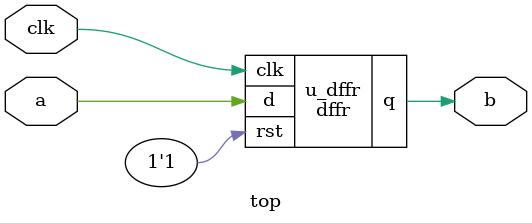
<source format=v>
module dffr
    ( input d, clk, rst, output reg q );
	always @( posedge clk )
		if ( rst )
			q <= 1'b0;
		else
            q <= d;
endmodule


module top (
input clk,
input a,
output b
);

dffr u_dffr (
        .clk (clk),
`ifndef BUG
        .rst (1'b1),
`else
        .rst (1'b0),
`endif
        .d (a ),
        .q (b )
    );

endmodule


</source>
